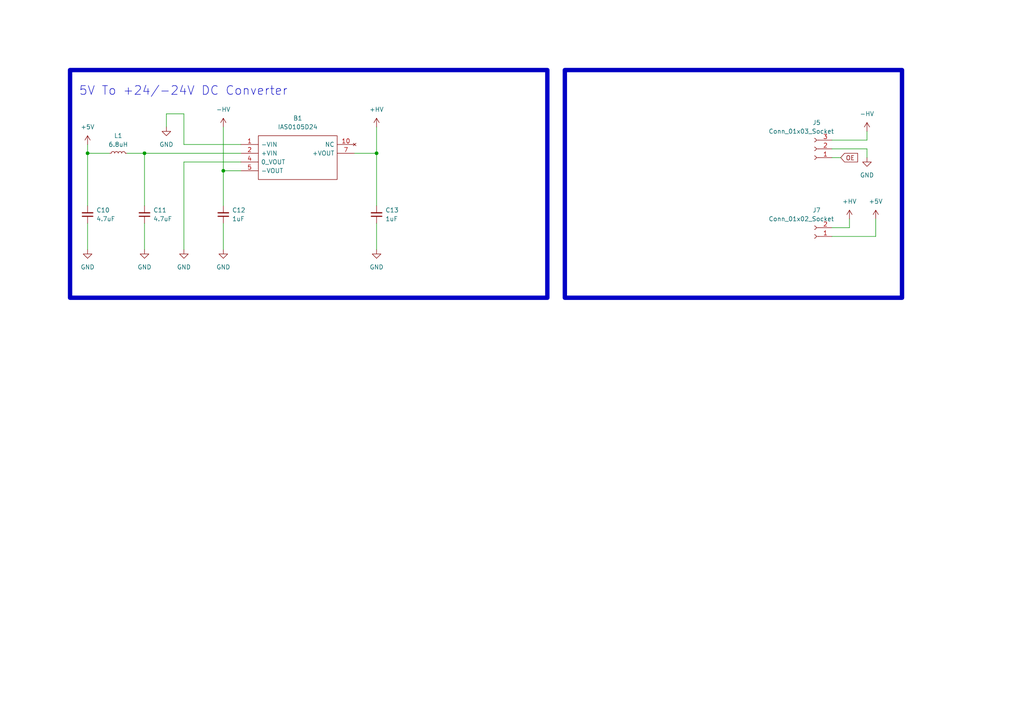
<source format=kicad_sch>
(kicad_sch (version 20230121) (generator eeschema)

  (uuid fd1293db-61e1-47df-8c78-6fbf012cba49)

  (paper "A4")

  (title_block
    (title "PMOD PULSER")
    (date "2024-02-03")
    (rev "R01")
    (company "ICTAMKY.COM")
    (comment 1 "Design by Leevawns")
  )

  (lib_symbols
    (symbol "+HV_1" (power) (pin_names (offset 0)) (in_bom yes) (on_board yes)
      (property "Reference" "#PWR" (at 0 -3.81 0)
        (effects (font (size 1.27 1.27)) hide)
      )
      (property "Value" "+HV_1" (at 0 3.556 0)
        (effects (font (size 1.27 1.27)))
      )
      (property "Footprint" "" (at 0 0 0)
        (effects (font (size 1.27 1.27)) hide)
      )
      (property "Datasheet" "" (at 0 0 0)
        (effects (font (size 1.27 1.27)) hide)
      )
      (property "ki_keywords" "global power" (at 0 0 0)
        (effects (font (size 1.27 1.27)) hide)
      )
      (property "ki_description" "Power symbol creates a global label with name \"+HV\"" (at 0 0 0)
        (effects (font (size 1.27 1.27)) hide)
      )
      (symbol "+HV_1_0_1"
        (polyline
          (pts
            (xy -0.762 1.27)
            (xy 0 2.54)
          )
          (stroke (width 0) (type default))
          (fill (type none))
        )
        (polyline
          (pts
            (xy 0 0)
            (xy 0 2.54)
          )
          (stroke (width 0) (type default))
          (fill (type none))
        )
        (polyline
          (pts
            (xy 0 2.54)
            (xy 0.762 1.27)
          )
          (stroke (width 0) (type default))
          (fill (type none))
        )
      )
      (symbol "+HV_1_1_1"
        (pin power_in line (at 0 0 90) (length 0) hide
          (name "+HV" (effects (font (size 1.27 1.27))))
          (number "1" (effects (font (size 1.27 1.27))))
        )
      )
    )
    (symbol "-HV_1" (power) (pin_names (offset 0)) (in_bom yes) (on_board yes)
      (property "Reference" "#PWR" (at 0 -3.81 0)
        (effects (font (size 1.27 1.27)) hide)
      )
      (property "Value" "-HV_1" (at 0 3.556 0)
        (effects (font (size 1.27 1.27)))
      )
      (property "Footprint" "" (at 0 0 0)
        (effects (font (size 1.27 1.27)) hide)
      )
      (property "Datasheet" "" (at 0 0 0)
        (effects (font (size 1.27 1.27)) hide)
      )
      (property "ki_keywords" "global power" (at 0 0 0)
        (effects (font (size 1.27 1.27)) hide)
      )
      (property "ki_description" "Power symbol creates a global label with name \"-HV\"" (at 0 0 0)
        (effects (font (size 1.27 1.27)) hide)
      )
      (symbol "-HV_1_0_1"
        (polyline
          (pts
            (xy -0.762 1.27)
            (xy 0 2.54)
          )
          (stroke (width 0) (type default))
          (fill (type none))
        )
        (polyline
          (pts
            (xy 0 0)
            (xy 0 2.54)
          )
          (stroke (width 0) (type default))
          (fill (type none))
        )
        (polyline
          (pts
            (xy 0 2.54)
            (xy 0.762 1.27)
          )
          (stroke (width 0) (type default))
          (fill (type none))
        )
      )
      (symbol "-HV_1_1_1"
        (pin power_in line (at 0 0 90) (length 0) hide
          (name "-HV" (effects (font (size 1.27 1.27))))
          (number "1" (effects (font (size 1.27 1.27))))
        )
      )
    )
    (symbol "Connector:Conn_01x02_Socket" (pin_names (offset 1.016) hide) (in_bom yes) (on_board yes)
      (property "Reference" "J" (at 0 2.54 0)
        (effects (font (size 1.27 1.27)))
      )
      (property "Value" "Conn_01x02_Socket" (at 0 -5.08 0)
        (effects (font (size 1.27 1.27)))
      )
      (property "Footprint" "" (at 0 0 0)
        (effects (font (size 1.27 1.27)) hide)
      )
      (property "Datasheet" "~" (at 0 0 0)
        (effects (font (size 1.27 1.27)) hide)
      )
      (property "ki_locked" "" (at 0 0 0)
        (effects (font (size 1.27 1.27)))
      )
      (property "ki_keywords" "connector" (at 0 0 0)
        (effects (font (size 1.27 1.27)) hide)
      )
      (property "ki_description" "Generic connector, single row, 01x02, script generated" (at 0 0 0)
        (effects (font (size 1.27 1.27)) hide)
      )
      (property "ki_fp_filters" "Connector*:*_1x??_*" (at 0 0 0)
        (effects (font (size 1.27 1.27)) hide)
      )
      (symbol "Conn_01x02_Socket_1_1"
        (arc (start 0 -2.032) (mid -0.5058 -2.54) (end 0 -3.048)
          (stroke (width 0.1524) (type default))
          (fill (type none))
        )
        (polyline
          (pts
            (xy -1.27 -2.54)
            (xy -0.508 -2.54)
          )
          (stroke (width 0.1524) (type default))
          (fill (type none))
        )
        (polyline
          (pts
            (xy -1.27 0)
            (xy -0.508 0)
          )
          (stroke (width 0.1524) (type default))
          (fill (type none))
        )
        (arc (start 0 0.508) (mid -0.5058 0) (end 0 -0.508)
          (stroke (width 0.1524) (type default))
          (fill (type none))
        )
        (pin passive line (at -5.08 0 0) (length 3.81)
          (name "Pin_1" (effects (font (size 1.27 1.27))))
          (number "1" (effects (font (size 1.27 1.27))))
        )
        (pin passive line (at -5.08 -2.54 0) (length 3.81)
          (name "Pin_2" (effects (font (size 1.27 1.27))))
          (number "2" (effects (font (size 1.27 1.27))))
        )
      )
    )
    (symbol "Connector:Conn_01x03_Socket" (pin_names (offset 1.016) hide) (in_bom yes) (on_board yes)
      (property "Reference" "J" (at 0 5.08 0)
        (effects (font (size 1.27 1.27)))
      )
      (property "Value" "Conn_01x03_Socket" (at 0 -5.08 0)
        (effects (font (size 1.27 1.27)))
      )
      (property "Footprint" "" (at 0 0 0)
        (effects (font (size 1.27 1.27)) hide)
      )
      (property "Datasheet" "~" (at 0 0 0)
        (effects (font (size 1.27 1.27)) hide)
      )
      (property "ki_locked" "" (at 0 0 0)
        (effects (font (size 1.27 1.27)))
      )
      (property "ki_keywords" "connector" (at 0 0 0)
        (effects (font (size 1.27 1.27)) hide)
      )
      (property "ki_description" "Generic connector, single row, 01x03, script generated" (at 0 0 0)
        (effects (font (size 1.27 1.27)) hide)
      )
      (property "ki_fp_filters" "Connector*:*_1x??_*" (at 0 0 0)
        (effects (font (size 1.27 1.27)) hide)
      )
      (symbol "Conn_01x03_Socket_1_1"
        (arc (start 0 -2.032) (mid -0.5058 -2.54) (end 0 -3.048)
          (stroke (width 0.1524) (type default))
          (fill (type none))
        )
        (polyline
          (pts
            (xy -1.27 -2.54)
            (xy -0.508 -2.54)
          )
          (stroke (width 0.1524) (type default))
          (fill (type none))
        )
        (polyline
          (pts
            (xy -1.27 0)
            (xy -0.508 0)
          )
          (stroke (width 0.1524) (type default))
          (fill (type none))
        )
        (polyline
          (pts
            (xy -1.27 2.54)
            (xy -0.508 2.54)
          )
          (stroke (width 0.1524) (type default))
          (fill (type none))
        )
        (arc (start 0 0.508) (mid -0.5058 0) (end 0 -0.508)
          (stroke (width 0.1524) (type default))
          (fill (type none))
        )
        (arc (start 0 3.048) (mid -0.5058 2.54) (end 0 2.032)
          (stroke (width 0.1524) (type default))
          (fill (type none))
        )
        (pin passive line (at -5.08 2.54 0) (length 3.81)
          (name "Pin_1" (effects (font (size 1.27 1.27))))
          (number "1" (effects (font (size 1.27 1.27))))
        )
        (pin passive line (at -5.08 0 0) (length 3.81)
          (name "Pin_2" (effects (font (size 1.27 1.27))))
          (number "2" (effects (font (size 1.27 1.27))))
        )
        (pin passive line (at -5.08 -2.54 0) (length 3.81)
          (name "Pin_3" (effects (font (size 1.27 1.27))))
          (number "3" (effects (font (size 1.27 1.27))))
        )
      )
    )
    (symbol "Device:C_Small" (pin_numbers hide) (pin_names (offset 0.254) hide) (in_bom yes) (on_board yes)
      (property "Reference" "C" (at 0.254 1.778 0)
        (effects (font (size 1.27 1.27)) (justify left))
      )
      (property "Value" "C_Small" (at 0.254 -2.032 0)
        (effects (font (size 1.27 1.27)) (justify left))
      )
      (property "Footprint" "" (at 0 0 0)
        (effects (font (size 1.27 1.27)) hide)
      )
      (property "Datasheet" "~" (at 0 0 0)
        (effects (font (size 1.27 1.27)) hide)
      )
      (property "ki_keywords" "capacitor cap" (at 0 0 0)
        (effects (font (size 1.27 1.27)) hide)
      )
      (property "ki_description" "Unpolarized capacitor, small symbol" (at 0 0 0)
        (effects (font (size 1.27 1.27)) hide)
      )
      (property "ki_fp_filters" "C_*" (at 0 0 0)
        (effects (font (size 1.27 1.27)) hide)
      )
      (symbol "C_Small_0_1"
        (polyline
          (pts
            (xy -1.524 -0.508)
            (xy 1.524 -0.508)
          )
          (stroke (width 0.3302) (type default))
          (fill (type none))
        )
        (polyline
          (pts
            (xy -1.524 0.508)
            (xy 1.524 0.508)
          )
          (stroke (width 0.3048) (type default))
          (fill (type none))
        )
      )
      (symbol "C_Small_1_1"
        (pin passive line (at 0 2.54 270) (length 2.032)
          (name "~" (effects (font (size 1.27 1.27))))
          (number "1" (effects (font (size 1.27 1.27))))
        )
        (pin passive line (at 0 -2.54 90) (length 2.032)
          (name "~" (effects (font (size 1.27 1.27))))
          (number "2" (effects (font (size 1.27 1.27))))
        )
      )
    )
    (symbol "Device:L_Small" (pin_numbers hide) (pin_names (offset 0.254) hide) (in_bom yes) (on_board yes)
      (property "Reference" "L" (at 0.762 1.016 0)
        (effects (font (size 1.27 1.27)) (justify left))
      )
      (property "Value" "L_Small" (at 0.762 -1.016 0)
        (effects (font (size 1.27 1.27)) (justify left))
      )
      (property "Footprint" "" (at 0 0 0)
        (effects (font (size 1.27 1.27)) hide)
      )
      (property "Datasheet" "~" (at 0 0 0)
        (effects (font (size 1.27 1.27)) hide)
      )
      (property "ki_keywords" "inductor choke coil reactor magnetic" (at 0 0 0)
        (effects (font (size 1.27 1.27)) hide)
      )
      (property "ki_description" "Inductor, small symbol" (at 0 0 0)
        (effects (font (size 1.27 1.27)) hide)
      )
      (property "ki_fp_filters" "Choke_* *Coil* Inductor_* L_*" (at 0 0 0)
        (effects (font (size 1.27 1.27)) hide)
      )
      (symbol "L_Small_0_1"
        (arc (start 0 -2.032) (mid 0.5058 -1.524) (end 0 -1.016)
          (stroke (width 0) (type default))
          (fill (type none))
        )
        (arc (start 0 -1.016) (mid 0.5058 -0.508) (end 0 0)
          (stroke (width 0) (type default))
          (fill (type none))
        )
        (arc (start 0 0) (mid 0.5058 0.508) (end 0 1.016)
          (stroke (width 0) (type default))
          (fill (type none))
        )
        (arc (start 0 1.016) (mid 0.5058 1.524) (end 0 2.032)
          (stroke (width 0) (type default))
          (fill (type none))
        )
      )
      (symbol "L_Small_1_1"
        (pin passive line (at 0 2.54 270) (length 0.508)
          (name "~" (effects (font (size 1.27 1.27))))
          (number "1" (effects (font (size 1.27 1.27))))
        )
        (pin passive line (at 0 -2.54 90) (length 0.508)
          (name "~" (effects (font (size 1.27 1.27))))
          (number "2" (effects (font (size 1.27 1.27))))
        )
      )
    )
    (symbol "PMOD_PULSER:IAS0105D24" (pin_names (offset 0.762)) (in_bom yes) (on_board yes)
      (property "Reference" "B" (at 1.27 -12.7 0)
        (effects (font (size 1.27 1.27)) (justify left))
      )
      (property "Value" "IAS0105D24" (at 1.27 -15.24 0)
        (effects (font (size 1.27 1.27)) (justify left))
      )
      (property "Footprint" "" (at 1.27 -17.78 0)
        (effects (font (size 1.27 1.27)) (justify left) hide)
      )
      (property "Datasheet" "https://www.xppower.com/portals/0/pdfs/SF_IAS01.pdf" (at 1.27 -20.32 0)
        (effects (font (size 1.27 1.27)) (justify left) hide)
      )
      (property "Description" "Isolated Board Mount DC/DC Converter, ITE, 2 Output, 1 W, 9 V, 56 mA, -9 V" (at 1.27 -22.86 0)
        (effects (font (size 1.27 1.27)) (justify left) hide)
      )
      (property "Height" "7.75" (at 1.27 -25.4 0)
        (effects (font (size 1.27 1.27)) (justify left) hide)
      )
      (property "Mouser Part Number" "209-IAS0105D09" (at 1.27 -27.94 0)
        (effects (font (size 1.27 1.27)) (justify left) hide)
      )
      (property "Mouser Price/Stock" "https://www.mouser.co.uk/ProductDetail/XP-Power/IAS0105D09?qs=Cb2nCFKsA8rALbw2C7JRZQ%3D%3D" (at 1.27 -30.48 0)
        (effects (font (size 1.27 1.27)) (justify left) hide)
      )
      (property "Manufacturer_Name" "XP POWER" (at 1.27 -33.02 0)
        (effects (font (size 1.27 1.27)) (justify left) hide)
      )
      (property "Manufacturer_Part_Number" "IAS0105D09" (at 1.27 -35.56 0)
        (effects (font (size 1.27 1.27)) (justify left) hide)
      )
      (property "ki_description" "Isolated Board Mount DC/DC Converter, ITE, 2 Output, 1 W, 24 V, 56 mA, -24 V" (at 0 0 0)
        (effects (font (size 1.27 1.27)) hide)
      )
      (symbol "IAS0105D24_0_0"
        (pin passive line (at 0 0 0) (length 5.08)
          (name "-VIN" (effects (font (size 1.27 1.27))))
          (number "1" (effects (font (size 1.27 1.27))))
        )
        (pin no_connect line (at 33.02 0 180) (length 5.08)
          (name "NC" (effects (font (size 1.27 1.27))))
          (number "10" (effects (font (size 1.27 1.27))))
        )
        (pin passive line (at 0 -2.54 0) (length 5.08)
          (name "+VIN" (effects (font (size 1.27 1.27))))
          (number "2" (effects (font (size 1.27 1.27))))
        )
        (pin passive line (at 0 -5.08 0) (length 5.08)
          (name "0_VOUT" (effects (font (size 1.27 1.27))))
          (number "4" (effects (font (size 1.27 1.27))))
        )
        (pin passive line (at 0 -7.62 0) (length 5.08)
          (name "-VOUT" (effects (font (size 1.27 1.27))))
          (number "5" (effects (font (size 1.27 1.27))))
        )
        (pin passive line (at 33.02 -2.54 180) (length 5.08)
          (name "+VOUT" (effects (font (size 1.27 1.27))))
          (number "7" (effects (font (size 1.27 1.27))))
        )
      )
      (symbol "IAS0105D24_0_1"
        (polyline
          (pts
            (xy 5.08 2.54)
            (xy 27.94 2.54)
            (xy 27.94 -10.16)
            (xy 5.08 -10.16)
            (xy 5.08 2.54)
          )
          (stroke (width 0.1524) (type solid))
          (fill (type none))
        )
      )
    )
    (symbol "power:+5V" (power) (pin_names (offset 0)) (in_bom yes) (on_board yes)
      (property "Reference" "#PWR" (at 0 -3.81 0)
        (effects (font (size 1.27 1.27)) hide)
      )
      (property "Value" "+5V" (at 0 3.556 0)
        (effects (font (size 1.27 1.27)))
      )
      (property "Footprint" "" (at 0 0 0)
        (effects (font (size 1.27 1.27)) hide)
      )
      (property "Datasheet" "" (at 0 0 0)
        (effects (font (size 1.27 1.27)) hide)
      )
      (property "ki_keywords" "global power" (at 0 0 0)
        (effects (font (size 1.27 1.27)) hide)
      )
      (property "ki_description" "Power symbol creates a global label with name \"+5V\"" (at 0 0 0)
        (effects (font (size 1.27 1.27)) hide)
      )
      (symbol "+5V_0_1"
        (polyline
          (pts
            (xy -0.762 1.27)
            (xy 0 2.54)
          )
          (stroke (width 0) (type default))
          (fill (type none))
        )
        (polyline
          (pts
            (xy 0 0)
            (xy 0 2.54)
          )
          (stroke (width 0) (type default))
          (fill (type none))
        )
        (polyline
          (pts
            (xy 0 2.54)
            (xy 0.762 1.27)
          )
          (stroke (width 0) (type default))
          (fill (type none))
        )
      )
      (symbol "+5V_1_1"
        (pin power_in line (at 0 0 90) (length 0) hide
          (name "+5V" (effects (font (size 1.27 1.27))))
          (number "1" (effects (font (size 1.27 1.27))))
        )
      )
    )
    (symbol "power:GND" (power) (pin_names (offset 0)) (in_bom yes) (on_board yes)
      (property "Reference" "#PWR" (at 0 -6.35 0)
        (effects (font (size 1.27 1.27)) hide)
      )
      (property "Value" "GND" (at 0 -3.81 0)
        (effects (font (size 1.27 1.27)))
      )
      (property "Footprint" "" (at 0 0 0)
        (effects (font (size 1.27 1.27)) hide)
      )
      (property "Datasheet" "" (at 0 0 0)
        (effects (font (size 1.27 1.27)) hide)
      )
      (property "ki_keywords" "global power" (at 0 0 0)
        (effects (font (size 1.27 1.27)) hide)
      )
      (property "ki_description" "Power symbol creates a global label with name \"GND\" , ground" (at 0 0 0)
        (effects (font (size 1.27 1.27)) hide)
      )
      (symbol "GND_0_1"
        (polyline
          (pts
            (xy 0 0)
            (xy 0 -1.27)
            (xy 1.27 -1.27)
            (xy 0 -2.54)
            (xy -1.27 -1.27)
            (xy 0 -1.27)
          )
          (stroke (width 0) (type default))
          (fill (type none))
        )
      )
      (symbol "GND_1_1"
        (pin power_in line (at 0 0 270) (length 0) hide
          (name "GND" (effects (font (size 1.27 1.27))))
          (number "1" (effects (font (size 1.27 1.27))))
        )
      )
    )
  )

  (junction (at 25.4 44.45) (diameter 0) (color 0 0 0 0)
    (uuid 5b72840f-5be7-492f-82b6-513616c45e39)
  )
  (junction (at 109.22 44.45) (diameter 0) (color 0 0 0 0)
    (uuid a412b1c8-3f37-406e-8601-83493eb17905)
  )
  (junction (at 41.91 44.45) (diameter 0) (color 0 0 0 0)
    (uuid d25df861-a05c-4640-81d9-a46f9203e29d)
  )
  (junction (at 64.77 49.53) (diameter 0) (color 0 0 0 0)
    (uuid e48e2438-59a5-48a4-89e4-9eb0d1f63b72)
  )

  (wire (pts (xy 41.91 64.77) (xy 41.91 72.39))
    (stroke (width 0) (type default))
    (uuid 0a86c367-48c3-4424-8fdc-ea54c0df14ad)
  )
  (wire (pts (xy 69.85 46.99) (xy 53.34 46.99))
    (stroke (width 0) (type default))
    (uuid 0c5268ef-8406-45bb-b8ad-dad2dcd13d42)
  )
  (wire (pts (xy 53.34 33.02) (xy 48.26 33.02))
    (stroke (width 0) (type default))
    (uuid 16be0add-0924-46b7-8596-bef6dda5d688)
  )
  (wire (pts (xy 254 68.58) (xy 254 63.5))
    (stroke (width 0) (type default))
    (uuid 24591868-6695-4feb-bd91-5c6b03c96caa)
  )
  (wire (pts (xy 25.4 64.77) (xy 25.4 72.39))
    (stroke (width 0) (type default))
    (uuid 2b5fd0c8-2798-4078-925b-cf0b76c5de06)
  )
  (wire (pts (xy 64.77 49.53) (xy 64.77 59.69))
    (stroke (width 0) (type default))
    (uuid 3e80ccb7-585e-4762-ac5c-6019e3cb6554)
  )
  (wire (pts (xy 109.22 36.83) (xy 109.22 44.45))
    (stroke (width 0) (type default))
    (uuid 46c0df5d-22de-4a4e-9291-a6a52878fe26)
  )
  (wire (pts (xy 64.77 64.77) (xy 64.77 72.39))
    (stroke (width 0) (type default))
    (uuid 48d20f05-220a-4946-b241-006f013c6220)
  )
  (wire (pts (xy 251.46 43.18) (xy 251.46 45.72))
    (stroke (width 0) (type default))
    (uuid 4c870d18-7b28-46bd-b53f-e63d3cbae123)
  )
  (wire (pts (xy 41.91 44.45) (xy 69.85 44.45))
    (stroke (width 0) (type default))
    (uuid 4d96a16e-ccc9-41e1-a1eb-69bcb7d95d09)
  )
  (wire (pts (xy 31.75 44.45) (xy 25.4 44.45))
    (stroke (width 0) (type default))
    (uuid 5825507c-1d81-40b5-85a2-c721a91dfbbd)
  )
  (wire (pts (xy 102.87 44.45) (xy 109.22 44.45))
    (stroke (width 0) (type default))
    (uuid 5bc4f8a4-c5d3-4cbc-ab8c-24d1ee80b328)
  )
  (wire (pts (xy 41.91 44.45) (xy 36.83 44.45))
    (stroke (width 0) (type default))
    (uuid 62d14498-0c52-43f4-9065-4b021e094e9c)
  )
  (wire (pts (xy 109.22 64.77) (xy 109.22 72.39))
    (stroke (width 0) (type default))
    (uuid 6b3591f0-dd6c-4a87-8e6e-8229d1af099f)
  )
  (wire (pts (xy 69.85 41.91) (xy 53.34 41.91))
    (stroke (width 0) (type default))
    (uuid 8adf4fe3-6b7c-4fa1-beb9-c9896c37c610)
  )
  (wire (pts (xy 41.91 59.69) (xy 41.91 44.45))
    (stroke (width 0) (type default))
    (uuid 8eab138b-dae6-4d1d-a002-acec517ed817)
  )
  (wire (pts (xy 48.26 33.02) (xy 48.26 36.83))
    (stroke (width 0) (type default))
    (uuid 9954d9e5-8f8a-4914-9981-9fd1517c1cab)
  )
  (wire (pts (xy 243.84 45.72) (xy 241.3 45.72))
    (stroke (width 0) (type default))
    (uuid a0c1c5a6-4fda-40a9-9726-65a3a0c2d36c)
  )
  (wire (pts (xy 25.4 44.45) (xy 25.4 59.69))
    (stroke (width 0) (type default))
    (uuid ba885d07-2914-4c6f-8615-71630f519fc8)
  )
  (wire (pts (xy 254 68.58) (xy 241.3 68.58))
    (stroke (width 0) (type default))
    (uuid bc657077-3408-44cc-9d12-c200908b79d1)
  )
  (wire (pts (xy 69.85 49.53) (xy 64.77 49.53))
    (stroke (width 0) (type default))
    (uuid bcbb374e-e13f-493c-849d-49df7af26032)
  )
  (wire (pts (xy 241.3 40.64) (xy 251.46 40.64))
    (stroke (width 0) (type default))
    (uuid c1f1122a-0322-4f26-9ac1-8183bc6696d1)
  )
  (wire (pts (xy 64.77 36.83) (xy 64.77 49.53))
    (stroke (width 0) (type default))
    (uuid c795882a-4413-49bd-bb74-9f39bddde642)
  )
  (wire (pts (xy 53.34 46.99) (xy 53.34 72.39))
    (stroke (width 0) (type default))
    (uuid c7aec5a8-7806-4e9a-8836-9523e8cdae0c)
  )
  (wire (pts (xy 246.38 63.5) (xy 246.38 66.04))
    (stroke (width 0) (type default))
    (uuid d8bd2f09-c383-47d9-b547-ebcc32f990ef)
  )
  (wire (pts (xy 109.22 44.45) (xy 109.22 59.69))
    (stroke (width 0) (type default))
    (uuid d991b29c-b108-4349-aa34-2b54c2dcc47a)
  )
  (wire (pts (xy 25.4 41.91) (xy 25.4 44.45))
    (stroke (width 0) (type default))
    (uuid db24169b-9927-402e-b89c-063a98cccffc)
  )
  (wire (pts (xy 246.38 66.04) (xy 241.3 66.04))
    (stroke (width 0) (type default))
    (uuid db4c42ee-5499-43d6-8847-9c5fcf412adb)
  )
  (wire (pts (xy 251.46 43.18) (xy 241.3 43.18))
    (stroke (width 0) (type default))
    (uuid e2fb0f10-0f1b-465d-808e-92ef692be3e4)
  )
  (wire (pts (xy 251.46 40.64) (xy 251.46 38.1))
    (stroke (width 0) (type default))
    (uuid eb483da0-70db-4da5-8b64-a7fc9d7860fb)
  )
  (wire (pts (xy 53.34 41.91) (xy 53.34 33.02))
    (stroke (width 0) (type default))
    (uuid fe8a9a64-fd25-484e-874e-a1e2a8cc8797)
  )

  (rectangle (start 20.32 20.32) (end 158.75 86.36)
    (stroke (width 1.27) (type default))
    (fill (type none))
    (uuid 79c346d4-ed3d-4d21-8b71-ca30a1f34c70)
  )
  (rectangle (start 163.83 20.32) (end 261.62 86.36)
    (stroke (width 1.27) (type default))
    (fill (type none))
    (uuid a5895a46-f5f8-4f21-9efc-26dbeeaeb72d)
  )

  (text "5V To +24/-24V DC Converter" (at 22.86 27.94 0)
    (effects (font (size 2.54 2.54)) (justify left bottom))
    (uuid 1fa70284-dce4-46fe-9206-828087772c8c)
  )

  (global_label "OE" (shape input) (at 243.84 45.72 0) (fields_autoplaced)
    (effects (font (size 1.27 1.27)) (justify left))
    (uuid d109171d-3ad9-4434-9501-e6d181149364)
    (property "Intersheetrefs" "${INTERSHEET_REFS}" (at 249.3047 45.72 0)
      (effects (font (size 1.27 1.27)) (justify left) hide)
    )
  )

  (symbol (lib_id "Device:C_Small") (at 109.22 62.23 180) (unit 1)
    (in_bom yes) (on_board yes) (dnp no) (fields_autoplaced)
    (uuid 1172bc75-1695-4ff7-a292-66fc832c940f)
    (property "Reference" "C13" (at 111.76 60.9536 0)
      (effects (font (size 1.27 1.27)) (justify right))
    )
    (property "Value" "1uF" (at 111.76 63.4936 0)
      (effects (font (size 1.27 1.27)) (justify right))
    )
    (property "Footprint" "Capacitor_SMD:C_1206_3216Metric" (at 109.22 62.23 0)
      (effects (font (size 1.27 1.27)) hide)
    )
    (property "Datasheet" "~" (at 109.22 62.23 0)
      (effects (font (size 1.27 1.27)) hide)
    )
    (property "MPN" "" (at 109.22 62.23 0)
      (effects (font (size 1.27 1.27)) hide)
    )
    (pin "2" (uuid 57077734-7660-46c6-9e93-4986d76f1f33))
    (pin "1" (uuid 471187ea-d05b-412b-b6c7-6193145ca272))
    (instances
      (project "HV-BOARD"
        (path "/fd1293db-61e1-47df-8c78-6fbf012cba49"
          (reference "C13") (unit 1)
        )
      )
    )
  )

  (symbol (lib_id "power:GND") (at 53.34 72.39 0) (unit 1)
    (in_bom yes) (on_board yes) (dnp no) (fields_autoplaced)
    (uuid 12545c45-1962-4eb7-9c32-2f68a10dfdbb)
    (property "Reference" "#PWR041" (at 53.34 78.74 0)
      (effects (font (size 1.27 1.27)) hide)
    )
    (property "Value" "GND" (at 53.34 77.47 0)
      (effects (font (size 1.27 1.27)))
    )
    (property "Footprint" "" (at 53.34 72.39 0)
      (effects (font (size 1.27 1.27)) hide)
    )
    (property "Datasheet" "" (at 53.34 72.39 0)
      (effects (font (size 1.27 1.27)) hide)
    )
    (pin "1" (uuid 0eb2769f-6d94-4384-ae3d-40453ad0168f))
    (instances
      (project "HV-BOARD"
        (path "/fd1293db-61e1-47df-8c78-6fbf012cba49"
          (reference "#PWR041") (unit 1)
        )
      )
    )
  )

  (symbol (lib_id "power:GND") (at 251.46 45.72 0) (mirror y) (unit 1)
    (in_bom yes) (on_board yes) (dnp no) (fields_autoplaced)
    (uuid 17019db0-250a-49e8-bb66-4e926c11f1c1)
    (property "Reference" "#PWR054" (at 251.46 52.07 0)
      (effects (font (size 1.27 1.27)) hide)
    )
    (property "Value" "GND" (at 251.46 50.8 0)
      (effects (font (size 1.27 1.27)))
    )
    (property "Footprint" "" (at 251.46 45.72 0)
      (effects (font (size 1.27 1.27)) hide)
    )
    (property "Datasheet" "" (at 251.46 45.72 0)
      (effects (font (size 1.27 1.27)) hide)
    )
    (pin "1" (uuid 4179ee9e-c9fc-433e-9c5c-7f2a890693f3))
    (instances
      (project "HV-BOARD"
        (path "/fd1293db-61e1-47df-8c78-6fbf012cba49"
          (reference "#PWR054") (unit 1)
        )
      )
    )
  )

  (symbol (lib_name "-HV_1") (lib_id "PMOD_PULSER:-HV") (at 64.77 36.83 0) (unit 1)
    (in_bom yes) (on_board yes) (dnp no) (fields_autoplaced)
    (uuid 495b831d-0264-45bd-a7e7-547f1f9b368e)
    (property "Reference" "#PWR036" (at 64.77 40.64 0)
      (effects (font (size 1.27 1.27)) hide)
    )
    (property "Value" "-HV" (at 64.77 31.75 0)
      (effects (font (size 1.27 1.27)))
    )
    (property "Footprint" "" (at 64.77 36.83 0)
      (effects (font (size 1.27 1.27)) hide)
    )
    (property "Datasheet" "" (at 64.77 36.83 0)
      (effects (font (size 1.27 1.27)) hide)
    )
    (pin "1" (uuid 33c329f8-2729-40d6-9d6f-166d708fd6bf))
    (instances
      (project "HV-BOARD"
        (path "/fd1293db-61e1-47df-8c78-6fbf012cba49"
          (reference "#PWR036") (unit 1)
        )
      )
    )
  )

  (symbol (lib_name "+HV_1") (lib_id "PMOD_PULSER:+HV") (at 246.38 63.5 0) (mirror y) (unit 1)
    (in_bom yes) (on_board yes) (dnp no) (fields_autoplaced)
    (uuid 4a57c001-1c35-4d29-86d3-cf04f2b396f1)
    (property "Reference" "#PWR052" (at 246.38 67.31 0)
      (effects (font (size 1.27 1.27)) hide)
    )
    (property "Value" "+HV" (at 246.38 58.42 0)
      (effects (font (size 1.27 1.27)))
    )
    (property "Footprint" "" (at 246.38 63.5 0)
      (effects (font (size 1.27 1.27)) hide)
    )
    (property "Datasheet" "" (at 246.38 63.5 0)
      (effects (font (size 1.27 1.27)) hide)
    )
    (pin "1" (uuid fdaf0c82-1b24-44f0-b114-8c6492447e88))
    (instances
      (project "HV-BOARD"
        (path "/fd1293db-61e1-47df-8c78-6fbf012cba49"
          (reference "#PWR052") (unit 1)
        )
      )
    )
  )

  (symbol (lib_id "Device:L_Small") (at 34.29 44.45 90) (unit 1)
    (in_bom yes) (on_board yes) (dnp no) (fields_autoplaced)
    (uuid 6da7fd8d-6f2e-4ccd-89b5-1b7c8d6380b3)
    (property "Reference" "L1" (at 34.29 39.37 90)
      (effects (font (size 1.27 1.27)))
    )
    (property "Value" "6.8uH" (at 34.29 41.91 90)
      (effects (font (size 1.27 1.27)))
    )
    (property "Footprint" "Inductor_SMD:L_1206_3216Metric" (at 34.29 44.45 0)
      (effects (font (size 1.27 1.27)) hide)
    )
    (property "Datasheet" "~" (at 34.29 44.45 0)
      (effects (font (size 1.27 1.27)) hide)
    )
    (property "MPN" "ILSB1206ER6R8K" (at 34.29 44.45 0)
      (effects (font (size 1.27 1.27)) hide)
    )
    (pin "2" (uuid 047af6a1-34ad-493c-9c1e-ba92b2978924))
    (pin "1" (uuid 2009a449-4208-4c8c-9de5-aded328cc660))
    (instances
      (project "HV-BOARD"
        (path "/fd1293db-61e1-47df-8c78-6fbf012cba49"
          (reference "L1") (unit 1)
        )
      )
    )
  )

  (symbol (lib_id "Device:C_Small") (at 64.77 62.23 180) (unit 1)
    (in_bom yes) (on_board yes) (dnp no) (fields_autoplaced)
    (uuid 734a74de-9d47-4727-8bc1-baa1769781f7)
    (property "Reference" "C12" (at 67.31 60.9536 0)
      (effects (font (size 1.27 1.27)) (justify right))
    )
    (property "Value" "1uF" (at 67.31 63.4936 0)
      (effects (font (size 1.27 1.27)) (justify right))
    )
    (property "Footprint" "Capacitor_SMD:C_1206_3216Metric" (at 64.77 62.23 0)
      (effects (font (size 1.27 1.27)) hide)
    )
    (property "Datasheet" "~" (at 64.77 62.23 0)
      (effects (font (size 1.27 1.27)) hide)
    )
    (property "MPN" "" (at 64.77 62.23 0)
      (effects (font (size 1.27 1.27)) hide)
    )
    (pin "2" (uuid 5bca87c3-7286-47b2-897a-88f67a1007ad))
    (pin "1" (uuid ff4a1e85-6e8b-4471-819b-5e0e83492e03))
    (instances
      (project "HV-BOARD"
        (path "/fd1293db-61e1-47df-8c78-6fbf012cba49"
          (reference "C12") (unit 1)
        )
      )
    )
  )

  (symbol (lib_id "Device:C_Small") (at 25.4 62.23 180) (unit 1)
    (in_bom yes) (on_board yes) (dnp no) (fields_autoplaced)
    (uuid 7a3a50f9-0a16-4357-bceb-abc1ee054124)
    (property "Reference" "C10" (at 27.94 60.9536 0)
      (effects (font (size 1.27 1.27)) (justify right))
    )
    (property "Value" "4.7uF" (at 27.94 63.4936 0)
      (effects (font (size 1.27 1.27)) (justify right))
    )
    (property "Footprint" "Capacitor_SMD:C_1206_3216Metric" (at 25.4 62.23 0)
      (effects (font (size 1.27 1.27)) hide)
    )
    (property "Datasheet" "~" (at 25.4 62.23 0)
      (effects (font (size 1.27 1.27)) hide)
    )
    (property "MPN" "" (at 25.4 62.23 0)
      (effects (font (size 1.27 1.27)) hide)
    )
    (pin "2" (uuid 1feebbeb-3049-4763-9812-9aebdcccda76))
    (pin "1" (uuid c4b7dccf-9790-4967-b5aa-12d63376ce9e))
    (instances
      (project "HV-BOARD"
        (path "/fd1293db-61e1-47df-8c78-6fbf012cba49"
          (reference "C10") (unit 1)
        )
      )
    )
  )

  (symbol (lib_id "PMOD_PULSER:IAS0105D24") (at 69.85 41.91 0) (unit 1)
    (in_bom yes) (on_board yes) (dnp no) (fields_autoplaced)
    (uuid 7d0e8566-d2d7-4b1f-9de9-4f9109302ee9)
    (property "Reference" "B1" (at 86.36 34.29 0)
      (effects (font (size 1.27 1.27)))
    )
    (property "Value" "IAS0105D24" (at 86.36 36.83 0)
      (effects (font (size 1.27 1.27)))
    )
    (property "Footprint" "PMOD_PULSER:IAS0105D24" (at 71.12 59.69 0)
      (effects (font (size 1.27 1.27)) (justify left) hide)
    )
    (property "Datasheet" "https://www.xppower.com/portals/0/pdfs/SF_IAS01.pdf" (at 71.12 62.23 0)
      (effects (font (size 1.27 1.27)) (justify left) hide)
    )
    (property "Description" "Isolated Board Mount DC/DC Converter, ITE, 2 Output, 1 W, 9 V, 56 mA, -9 V" (at 71.12 64.77 0)
      (effects (font (size 1.27 1.27)) (justify left) hide)
    )
    (property "Height" "7.75" (at 71.12 67.31 0)
      (effects (font (size 1.27 1.27)) (justify left) hide)
    )
    (property "Mouser Part Number" "209-IAS0105D09" (at 71.12 69.85 0)
      (effects (font (size 1.27 1.27)) (justify left) hide)
    )
    (property "Mouser Price/Stock" "https://www.mouser.co.uk/ProductDetail/XP-Power/IAS0105D09?qs=Cb2nCFKsA8rALbw2C7JRZQ%3D%3D" (at 71.12 72.39 0)
      (effects (font (size 1.27 1.27)) (justify left) hide)
    )
    (property "Manufacturer_Name" "XP POWER" (at 71.12 74.93 0)
      (effects (font (size 1.27 1.27)) (justify left) hide)
    )
    (property "Manufacturer_Part_Number" "IAS0105D09" (at 71.12 77.47 0)
      (effects (font (size 1.27 1.27)) (justify left) hide)
    )
    (property "MPN" "IAS0105D24" (at 69.85 41.91 0)
      (effects (font (size 1.27 1.27)) hide)
    )
    (pin "10" (uuid 7e5b5f2c-2466-4086-b64f-af74321adbc0))
    (pin "1" (uuid 017be244-1cf2-400f-a961-a93c357c7301))
    (pin "5" (uuid a726987e-7bc5-44e3-be1e-3b643f76daed))
    (pin "2" (uuid 19fc7375-4ffd-44e5-813a-7b3f99387c45))
    (pin "4" (uuid 81a19927-7b6d-40d7-b299-b3308166f1c0))
    (pin "7" (uuid d63cdfc9-d668-4d39-b448-d0f68afce76c))
    (instances
      (project "HV-BOARD"
        (path "/fd1293db-61e1-47df-8c78-6fbf012cba49"
          (reference "B1") (unit 1)
        )
      )
    )
  )

  (symbol (lib_id "power:GND") (at 25.4 72.39 0) (unit 1)
    (in_bom yes) (on_board yes) (dnp no) (fields_autoplaced)
    (uuid 7da2857b-c26e-4903-acc3-9cf0e1ef2a19)
    (property "Reference" "#PWR039" (at 25.4 78.74 0)
      (effects (font (size 1.27 1.27)) hide)
    )
    (property "Value" "GND" (at 25.4 77.47 0)
      (effects (font (size 1.27 1.27)))
    )
    (property "Footprint" "" (at 25.4 72.39 0)
      (effects (font (size 1.27 1.27)) hide)
    )
    (property "Datasheet" "" (at 25.4 72.39 0)
      (effects (font (size 1.27 1.27)) hide)
    )
    (pin "1" (uuid af746dad-df26-4ab0-9284-35985b59733d))
    (instances
      (project "HV-BOARD"
        (path "/fd1293db-61e1-47df-8c78-6fbf012cba49"
          (reference "#PWR039") (unit 1)
        )
      )
    )
  )

  (symbol (lib_id "power:GND") (at 41.91 72.39 0) (unit 1)
    (in_bom yes) (on_board yes) (dnp no) (fields_autoplaced)
    (uuid 908d73c9-db76-4d41-bf4a-5de184f15364)
    (property "Reference" "#PWR040" (at 41.91 78.74 0)
      (effects (font (size 1.27 1.27)) hide)
    )
    (property "Value" "GND" (at 41.91 77.47 0)
      (effects (font (size 1.27 1.27)))
    )
    (property "Footprint" "" (at 41.91 72.39 0)
      (effects (font (size 1.27 1.27)) hide)
    )
    (property "Datasheet" "" (at 41.91 72.39 0)
      (effects (font (size 1.27 1.27)) hide)
    )
    (pin "1" (uuid c6afae72-2198-4e2d-b783-45b7c9f42b8c))
    (instances
      (project "HV-BOARD"
        (path "/fd1293db-61e1-47df-8c78-6fbf012cba49"
          (reference "#PWR040") (unit 1)
        )
      )
    )
  )

  (symbol (lib_id "power:+5V") (at 254 63.5 0) (mirror y) (unit 1)
    (in_bom yes) (on_board yes) (dnp no) (fields_autoplaced)
    (uuid 9a72da99-0b94-4f78-a116-37ed8e63729d)
    (property "Reference" "#PWR050" (at 254 67.31 0)
      (effects (font (size 1.27 1.27)) hide)
    )
    (property "Value" "+5V" (at 254 58.42 0)
      (effects (font (size 1.27 1.27)))
    )
    (property "Footprint" "" (at 254 63.5 0)
      (effects (font (size 1.27 1.27)) hide)
    )
    (property "Datasheet" "" (at 254 63.5 0)
      (effects (font (size 1.27 1.27)) hide)
    )
    (pin "1" (uuid 89673974-f543-43a8-8748-5ef7a24f221c))
    (instances
      (project "HV-BOARD"
        (path "/fd1293db-61e1-47df-8c78-6fbf012cba49"
          (reference "#PWR050") (unit 1)
        )
      )
    )
  )

  (symbol (lib_id "power:GND") (at 64.77 72.39 0) (unit 1)
    (in_bom yes) (on_board yes) (dnp no) (fields_autoplaced)
    (uuid b8471bd3-26f3-4331-9fc1-34fd5378caf1)
    (property "Reference" "#PWR042" (at 64.77 78.74 0)
      (effects (font (size 1.27 1.27)) hide)
    )
    (property "Value" "GND" (at 64.77 77.47 0)
      (effects (font (size 1.27 1.27)))
    )
    (property "Footprint" "" (at 64.77 72.39 0)
      (effects (font (size 1.27 1.27)) hide)
    )
    (property "Datasheet" "" (at 64.77 72.39 0)
      (effects (font (size 1.27 1.27)) hide)
    )
    (pin "1" (uuid ee026db4-8ad5-48f6-8fd0-f4af80c1b6e0))
    (instances
      (project "HV-BOARD"
        (path "/fd1293db-61e1-47df-8c78-6fbf012cba49"
          (reference "#PWR042") (unit 1)
        )
      )
    )
  )

  (symbol (lib_id "power:GND") (at 48.26 36.83 0) (unit 1)
    (in_bom yes) (on_board yes) (dnp no) (fields_autoplaced)
    (uuid bba17662-d8b2-40a8-8386-35eab01a8650)
    (property "Reference" "#PWR035" (at 48.26 43.18 0)
      (effects (font (size 1.27 1.27)) hide)
    )
    (property "Value" "GND" (at 48.26 41.91 0)
      (effects (font (size 1.27 1.27)))
    )
    (property "Footprint" "" (at 48.26 36.83 0)
      (effects (font (size 1.27 1.27)) hide)
    )
    (property "Datasheet" "" (at 48.26 36.83 0)
      (effects (font (size 1.27 1.27)) hide)
    )
    (pin "1" (uuid 9bdc50ea-02d1-4d6b-b7b5-74da10c0de9d))
    (instances
      (project "HV-BOARD"
        (path "/fd1293db-61e1-47df-8c78-6fbf012cba49"
          (reference "#PWR035") (unit 1)
        )
      )
    )
  )

  (symbol (lib_id "Connector:Conn_01x03_Socket") (at 236.22 43.18 180) (unit 1)
    (in_bom yes) (on_board yes) (dnp no)
    (uuid bee9af80-979d-4852-9b14-4e71b2ff8f0f)
    (property "Reference" "J5" (at 236.855 35.56 0)
      (effects (font (size 1.27 1.27)))
    )
    (property "Value" "Conn_01x03_Socket" (at 232.41 38.1 0)
      (effects (font (size 1.27 1.27)))
    )
    (property "Footprint" "Connector_PinSocket_2.54mm:PinSocket_1x03_P2.54mm_Vertical" (at 236.22 43.18 0)
      (effects (font (size 1.27 1.27)) hide)
    )
    (property "Datasheet" "~" (at 236.22 43.18 0)
      (effects (font (size 1.27 1.27)) hide)
    )
    (pin "2" (uuid 3d765be3-d22e-4348-9f0a-13cf49f1f88f))
    (pin "1" (uuid aee1b176-a27c-457d-b2fd-a4530fe3aeb1))
    (pin "3" (uuid b52ad964-61a4-4d47-8dc3-ae26b725cca4))
    (instances
      (project "HV-BOARD"
        (path "/fd1293db-61e1-47df-8c78-6fbf012cba49"
          (reference "J5") (unit 1)
        )
      )
    )
  )

  (symbol (lib_id "Device:C_Small") (at 41.91 62.23 180) (unit 1)
    (in_bom yes) (on_board yes) (dnp no) (fields_autoplaced)
    (uuid c368c53e-35ed-4b8c-a134-e69a360578a8)
    (property "Reference" "C11" (at 44.45 60.9536 0)
      (effects (font (size 1.27 1.27)) (justify right))
    )
    (property "Value" "4.7uF" (at 44.45 63.4936 0)
      (effects (font (size 1.27 1.27)) (justify right))
    )
    (property "Footprint" "Capacitor_SMD:C_1206_3216Metric" (at 41.91 62.23 0)
      (effects (font (size 1.27 1.27)) hide)
    )
    (property "Datasheet" "~" (at 41.91 62.23 0)
      (effects (font (size 1.27 1.27)) hide)
    )
    (property "MPN" "" (at 41.91 62.23 0)
      (effects (font (size 1.27 1.27)) hide)
    )
    (pin "2" (uuid ab87f0e8-8eea-4ad3-919f-b4f2209b3ad0))
    (pin "1" (uuid 37a6bafc-a8aa-40f3-b72c-3272e0d14494))
    (instances
      (project "HV-BOARD"
        (path "/fd1293db-61e1-47df-8c78-6fbf012cba49"
          (reference "C11") (unit 1)
        )
      )
    )
  )

  (symbol (lib_id "Connector:Conn_01x02_Socket") (at 236.22 68.58 180) (unit 1)
    (in_bom yes) (on_board yes) (dnp no)
    (uuid c94df2e4-3919-404c-8724-edb773cff64a)
    (property "Reference" "J7" (at 236.855 60.96 0)
      (effects (font (size 1.27 1.27)))
    )
    (property "Value" "Conn_01x02_Socket" (at 232.41 63.5 0)
      (effects (font (size 1.27 1.27)))
    )
    (property "Footprint" "Connector_PinSocket_2.54mm:PinSocket_1x02_P2.54mm_Vertical" (at 236.22 68.58 0)
      (effects (font (size 1.27 1.27)) hide)
    )
    (property "Datasheet" "~" (at 236.22 68.58 0)
      (effects (font (size 1.27 1.27)) hide)
    )
    (pin "1" (uuid 164b81a0-2df1-48c0-baa4-727f482c6739))
    (pin "2" (uuid 477c9f12-ce81-4343-96af-721bf446c178))
    (instances
      (project "HV-BOARD"
        (path "/fd1293db-61e1-47df-8c78-6fbf012cba49"
          (reference "J7") (unit 1)
        )
      )
    )
  )

  (symbol (lib_name "+HV_1") (lib_id "PMOD_PULSER:+HV") (at 109.22 36.83 0) (unit 1)
    (in_bom yes) (on_board yes) (dnp no) (fields_autoplaced)
    (uuid d29ae472-cdb6-4f9a-bc1c-4637c232e302)
    (property "Reference" "#PWR037" (at 109.22 40.64 0)
      (effects (font (size 1.27 1.27)) hide)
    )
    (property "Value" "+HV" (at 109.22 31.75 0)
      (effects (font (size 1.27 1.27)))
    )
    (property "Footprint" "" (at 109.22 36.83 0)
      (effects (font (size 1.27 1.27)) hide)
    )
    (property "Datasheet" "" (at 109.22 36.83 0)
      (effects (font (size 1.27 1.27)) hide)
    )
    (pin "1" (uuid 02bdf982-ef43-4578-a154-18aab1271144))
    (instances
      (project "HV-BOARD"
        (path "/fd1293db-61e1-47df-8c78-6fbf012cba49"
          (reference "#PWR037") (unit 1)
        )
      )
    )
  )

  (symbol (lib_name "-HV_1") (lib_id "PMOD_PULSER:-HV") (at 251.46 38.1 0) (mirror y) (unit 1)
    (in_bom yes) (on_board yes) (dnp no) (fields_autoplaced)
    (uuid d9651d87-b5f9-405c-93fb-8299c486e13c)
    (property "Reference" "#PWR053" (at 251.46 41.91 0)
      (effects (font (size 1.27 1.27)) hide)
    )
    (property "Value" "-HV" (at 251.46 33.02 0)
      (effects (font (size 1.27 1.27)))
    )
    (property "Footprint" "" (at 251.46 38.1 0)
      (effects (font (size 1.27 1.27)) hide)
    )
    (property "Datasheet" "" (at 251.46 38.1 0)
      (effects (font (size 1.27 1.27)) hide)
    )
    (pin "1" (uuid 2280e727-0b8a-4ade-b490-ed82cee2dc8b))
    (instances
      (project "HV-BOARD"
        (path "/fd1293db-61e1-47df-8c78-6fbf012cba49"
          (reference "#PWR053") (unit 1)
        )
      )
    )
  )

  (symbol (lib_id "power:GND") (at 109.22 72.39 0) (unit 1)
    (in_bom yes) (on_board yes) (dnp no) (fields_autoplaced)
    (uuid e0ccb4e5-356c-4625-93f7-7ffdf28156da)
    (property "Reference" "#PWR043" (at 109.22 78.74 0)
      (effects (font (size 1.27 1.27)) hide)
    )
    (property "Value" "GND" (at 109.22 77.47 0)
      (effects (font (size 1.27 1.27)))
    )
    (property "Footprint" "" (at 109.22 72.39 0)
      (effects (font (size 1.27 1.27)) hide)
    )
    (property "Datasheet" "" (at 109.22 72.39 0)
      (effects (font (size 1.27 1.27)) hide)
    )
    (pin "1" (uuid 3565c8df-9fee-4f68-a67a-169becea5683))
    (instances
      (project "HV-BOARD"
        (path "/fd1293db-61e1-47df-8c78-6fbf012cba49"
          (reference "#PWR043") (unit 1)
        )
      )
    )
  )

  (symbol (lib_id "power:+5V") (at 25.4 41.91 0) (unit 1)
    (in_bom yes) (on_board yes) (dnp no) (fields_autoplaced)
    (uuid fa80b026-dada-4a00-9dd2-e15e877ca7dd)
    (property "Reference" "#PWR038" (at 25.4 45.72 0)
      (effects (font (size 1.27 1.27)) hide)
    )
    (property "Value" "+5V" (at 25.4 36.83 0)
      (effects (font (size 1.27 1.27)))
    )
    (property "Footprint" "" (at 25.4 41.91 0)
      (effects (font (size 1.27 1.27)) hide)
    )
    (property "Datasheet" "" (at 25.4 41.91 0)
      (effects (font (size 1.27 1.27)) hide)
    )
    (pin "1" (uuid 01c9d595-ba08-490e-a3bc-0008f8f44611))
    (instances
      (project "HV-BOARD"
        (path "/fd1293db-61e1-47df-8c78-6fbf012cba49"
          (reference "#PWR038") (unit 1)
        )
      )
    )
  )

  (sheet_instances
    (path "/" (page "1"))
  )
)

</source>
